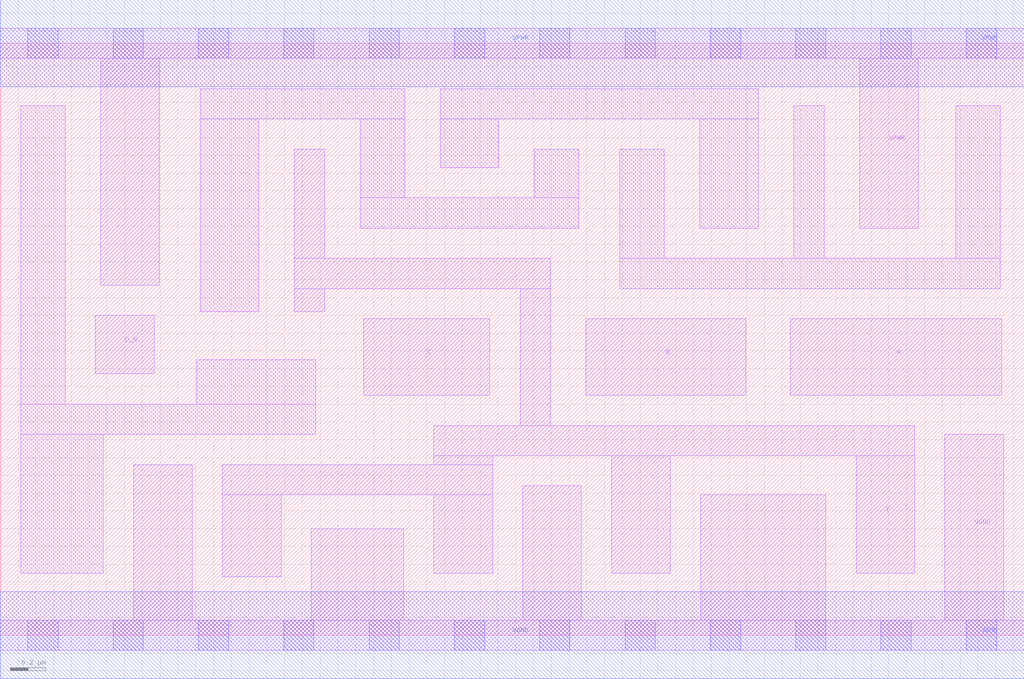
<source format=lef>
# Copyright 2020 The SkyWater PDK Authors
#
# Licensed under the Apache License, Version 2.0 (the "License");
# you may not use this file except in compliance with the License.
# You may obtain a copy of the License at
#
#     https://www.apache.org/licenses/LICENSE-2.0
#
# Unless required by applicable law or agreed to in writing, software
# distributed under the License is distributed on an "AS IS" BASIS,
# WITHOUT WARRANTIES OR CONDITIONS OF ANY KIND, either express or implied.
# See the License for the specific language governing permissions and
# limitations under the License.
#
# SPDX-License-Identifier: Apache-2.0

VERSION 5.7 ;
  NAMESCASESENSITIVE ON ;
  NOWIREEXTENSIONATPIN ON ;
  DIVIDERCHAR "/" ;
  BUSBITCHARS "[]" ;
UNITS
  DATABASE MICRONS 200 ;
END UNITS
MACRO sky130_fd_sc_hs__nor4b_2
  CLASS CORE ;
  SOURCE USER ;
  FOREIGN sky130_fd_sc_hs__nor4b_2 ;
  ORIGIN  0.000000  0.000000 ;
  SIZE  5.760000 BY  3.330000 ;
  SYMMETRY X Y ;
  SITE unit ;
  PIN A
    ANTENNAGATEAREA  0.558000 ;
    DIRECTION INPUT ;
    USE SIGNAL ;
    PORT
      LAYER li1 ;
        RECT 4.445000 1.350000 5.635000 1.780000 ;
    END
  END A
  PIN B
    ANTENNAGATEAREA  0.558000 ;
    DIRECTION INPUT ;
    USE SIGNAL ;
    PORT
      LAYER li1 ;
        RECT 3.295000 1.350000 4.195000 1.780000 ;
    END
  END B
  PIN C
    ANTENNAGATEAREA  0.558000 ;
    DIRECTION INPUT ;
    USE SIGNAL ;
    PORT
      LAYER li1 ;
        RECT 2.045000 1.350000 2.755000 1.780000 ;
    END
  END C
  PIN D_N
    ANTENNAGATEAREA  0.246000 ;
    DIRECTION INPUT ;
    USE SIGNAL ;
    PORT
      LAYER li1 ;
        RECT 0.535000 1.470000 0.865000 1.800000 ;
    END
  END D_N
  PIN Y
    ANTENNADIFFAREA  1.323900 ;
    DIRECTION OUTPUT ;
    USE SIGNAL ;
    PORT
      LAYER li1 ;
        RECT 1.250000 0.330000 1.580000 0.790000 ;
        RECT 1.250000 0.790000 2.770000 0.960000 ;
        RECT 1.655000 1.820000 1.825000 1.950000 ;
        RECT 1.655000 1.950000 3.095000 2.120000 ;
        RECT 1.655000 2.120000 1.825000 2.735000 ;
        RECT 2.440000 0.350000 2.770000 0.790000 ;
        RECT 2.440000 0.960000 2.770000 1.010000 ;
        RECT 2.440000 1.010000 5.145000 1.180000 ;
        RECT 2.925000 1.180000 3.095000 1.950000 ;
        RECT 3.440000 0.350000 3.770000 1.010000 ;
        RECT 4.815000 0.350000 5.145000 1.010000 ;
    END
  END Y
  PIN VGND
    DIRECTION INOUT ;
    USE GROUND ;
    PORT
      LAYER li1 ;
        RECT 0.000000 -0.085000 5.760000 0.085000 ;
        RECT 0.750000  0.085000 1.080000 0.960000 ;
        RECT 1.750000  0.085000 2.270000 0.600000 ;
        RECT 2.940000  0.085000 3.270000 0.840000 ;
        RECT 3.940000  0.085000 4.645000 0.790000 ;
        RECT 5.315000  0.085000 5.645000 1.130000 ;
      LAYER mcon ;
        RECT 0.155000 -0.085000 0.325000 0.085000 ;
        RECT 0.635000 -0.085000 0.805000 0.085000 ;
        RECT 1.115000 -0.085000 1.285000 0.085000 ;
        RECT 1.595000 -0.085000 1.765000 0.085000 ;
        RECT 2.075000 -0.085000 2.245000 0.085000 ;
        RECT 2.555000 -0.085000 2.725000 0.085000 ;
        RECT 3.035000 -0.085000 3.205000 0.085000 ;
        RECT 3.515000 -0.085000 3.685000 0.085000 ;
        RECT 3.995000 -0.085000 4.165000 0.085000 ;
        RECT 4.475000 -0.085000 4.645000 0.085000 ;
        RECT 4.955000 -0.085000 5.125000 0.085000 ;
        RECT 5.435000 -0.085000 5.605000 0.085000 ;
      LAYER met1 ;
        RECT 0.000000 -0.245000 5.760000 0.245000 ;
    END
  END VGND
  PIN VPWR
    DIRECTION INOUT ;
    USE POWER ;
    PORT
      LAYER li1 ;
        RECT 0.000000 3.245000 5.760000 3.415000 ;
        RECT 0.565000 1.970000 0.895000 3.245000 ;
        RECT 4.835000 2.290000 5.165000 3.245000 ;
      LAYER mcon ;
        RECT 0.155000 3.245000 0.325000 3.415000 ;
        RECT 0.635000 3.245000 0.805000 3.415000 ;
        RECT 1.115000 3.245000 1.285000 3.415000 ;
        RECT 1.595000 3.245000 1.765000 3.415000 ;
        RECT 2.075000 3.245000 2.245000 3.415000 ;
        RECT 2.555000 3.245000 2.725000 3.415000 ;
        RECT 3.035000 3.245000 3.205000 3.415000 ;
        RECT 3.515000 3.245000 3.685000 3.415000 ;
        RECT 3.995000 3.245000 4.165000 3.415000 ;
        RECT 4.475000 3.245000 4.645000 3.415000 ;
        RECT 4.955000 3.245000 5.125000 3.415000 ;
        RECT 5.435000 3.245000 5.605000 3.415000 ;
      LAYER met1 ;
        RECT 0.000000 3.085000 5.760000 3.575000 ;
    END
  END VPWR
  OBS
    LAYER li1 ;
      RECT 0.115000 0.350000 0.580000 1.130000 ;
      RECT 0.115000 1.130000 1.775000 1.300000 ;
      RECT 0.115000 1.300000 0.365000 2.980000 ;
      RECT 1.105000 1.300000 1.775000 1.550000 ;
      RECT 1.125000 1.820000 1.455000 2.905000 ;
      RECT 1.125000 2.905000 2.275000 3.075000 ;
      RECT 2.025000 2.290000 3.255000 2.460000 ;
      RECT 2.025000 2.460000 2.275000 2.905000 ;
      RECT 2.475000 2.630000 2.805000 2.905000 ;
      RECT 2.475000 2.905000 4.265000 3.075000 ;
      RECT 3.005000 2.460000 3.255000 2.735000 ;
      RECT 3.485000 1.950000 5.625000 2.120000 ;
      RECT 3.485000 2.120000 3.735000 2.735000 ;
      RECT 3.935000 2.290000 4.265000 2.905000 ;
      RECT 4.465000 2.120000 4.635000 2.980000 ;
      RECT 5.375000 2.120000 5.625000 2.980000 ;
  END
END sky130_fd_sc_hs__nor4b_2

</source>
